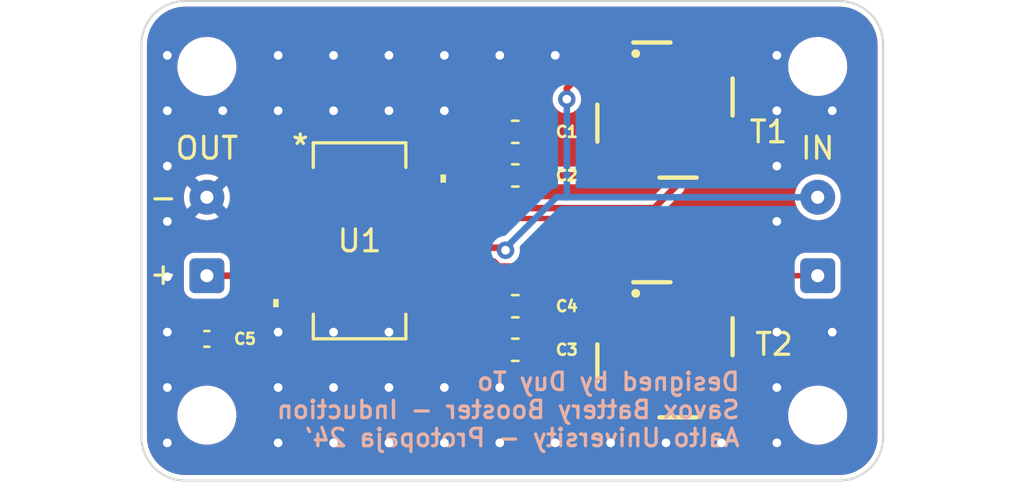
<source format=kicad_pcb>
(kicad_pcb (version 20211014) (generator pcbnew)
  (layers (0 "F.Cu" signal) (31 "B.Cu" power) (34 "B.Paste" user) (35 "F.Paste" user) (36 "B.SilkS" user "B.Silkscreen") (37 "F.SilkS" user "F.Silkscreen") (38 "B.Mask" user) (39 "F.Mask" user) (44 "Edge.Cuts" user))
  (net 0 "")
  (net 1 "Net-(C1-Pad1)")
  (net 2 "C1A")
  (net 3 "C2A")
  (net 4 "Net-(C3-Pad1)")
  (net 5 "C1B")
  (net 6 "C2B")
  (net 7 "GND")
  (net 8 "Net-(C5-Pad2)")
  (net 9 "VINA")
  (net 10 "VINB")
  (net 11 "VOUT")
  (net 12 "SWA")
  (net 13 "SWB")
  (footprint "Capacitor_SMD:C_0603_1608Metric_Pad1.08x0.95mm_HandSolder" (layer "F.Cu") (at 157.1375 66 180)
    (fp_text reference "C1" (at -2.3625 0) (layer "F.SilkS") (effects (font (size 0.5 0.5) (thickness 0.125))))
    (fp_text value "1n")
    (fp_line (start -0.146267 0.51) (end 0.146267 0.51) (layer "F.SilkS") (width 0.12))
    (fp_line (start -0.146267 -0.51) (end 0.146267 -0.51) (layer "F.SilkS") (width 0.12))
    (pad "1" smd roundrect (at -0.8625 0 180) (size 1.075 0.95) (layers "F.Cu" "F.Paste" "F.Mask") (net 1 "Net-(C1-Pad1)"))
    (pad "2" smd roundrect (at 0.8625 0 180) (size 1.075 0.95) (layers "F.Cu" "F.Paste" "F.Mask") (net 2 "C1A"))
  )
  (footprint "MountingHole:MountingHole_2.2mm_M2" (layer "F.Cu") (at 171 63)
    (fp_text reference "REF**" hide)
    (fp_text value "MountingHole_2.2mm_M2")
    (pad "" np_thru_hole circle (at 0 0) (size 2.2 2.2) (drill 2.2) (layers *.Cu *.Mask))
    (pad "" np_thru_hole circle (at 0 0) (size 2.2 2.2) (drill 2.2) (layers *.Cu *.Mask))
  )
  (footprint "Capacitor_SMD:C_0603_1608Metric_Pad1.08x0.95mm_HandSolder" (layer "F.Cu") (at 157.1375 68 180)
    (fp_text reference "C2" (at -2.3625 0) (layer "F.SilkS") (effects (font (size 0.5 0.5) (thickness 0.125))))
    (fp_text value "470p")
    (fp_line (start -0.146267 -0.51) (end 0.146267 -0.51) (layer "F.SilkS") (width 0.12))
    (fp_line (start -0.146267 0.51) (end 0.146267 0.51) (layer "F.SilkS") (width 0.12))
    (pad "1" smd roundrect (at -0.8625 0 180) (size 1.075 0.95) (layers "F.Cu" "F.Paste" "F.Mask") (net 1 "Net-(C1-Pad1)"))
    (pad "2" smd roundrect (at 0.8625 0 180) (size 1.075 0.95) (layers "F.Cu" "F.Paste" "F.Mask") (net 3 "C2A"))
  )
  (footprint "Capacitor_SMD:C_0603_1608Metric_Pad1.08x0.95mm_HandSolder" (layer "F.Cu") (at 157.1375 76 180)
    (fp_text reference "C3" (at -2.3625 0) (layer "F.SilkS") (effects (font (size 0.5 0.5) (thickness 0.125))))
    (fp_text value "1n")
    (fp_line (start -0.146267 -0.51) (end 0.146267 -0.51) (layer "F.SilkS") (width 0.12))
    (fp_line (start -0.146267 0.51) (end 0.146267 0.51) (layer "F.SilkS") (width 0.12))
    (pad "1" smd roundrect (at -0.8625 0 180) (size 1.075 0.95) (layers "F.Cu" "F.Paste" "F.Mask") (net 4 "Net-(C3-Pad1)"))
    (pad "2" smd roundrect (at 0.8625 0 180) (size 1.075 0.95) (layers "F.Cu" "F.Paste" "F.Mask") (net 5 "C1B"))
  )
  (footprint "LTC3109EGN_PBF:SSOP-20_GN_LIT" (layer "F.Cu") (at 150 71)
    (fp_text reference "U1" (at 0 0 unlocked) (layer "F.SilkS"))
    (fp_text value "LTC3109EGN-PBF")
    (fp_text user "*" (at -2.7178 -4.3561) (layer "F.SilkS"))
    (fp_line (start 2.1209 -3.36804) (end 2.1209 -4.4958) (layer "F.SilkS") (width 0.1524))
    (fp_line (start -2.1209 3.36804) (end -2.1209 4.4958) (layer "F.SilkS") (width 0.1524))
    (fp_line (start 2.1209 4.4958) (end 2.1209 3.36804) (layer "F.SilkS") (width 0.1524))
    (fp_line (start -2.1209 4.4958) (end 2.1209 4.4958) (layer "F.SilkS") (width 0.1524))
    (fp_line (start 2.1209 -4.4958) (end -2.1209 -4.4958) (layer "F.SilkS") (width 0.1524))
    (fp_line (start -2.1209 -4.4958) (end -2.1209 -3.36804) (layer "F.SilkS") (width 0.1524))
    (fp_poly (pts (xy -3.9624 2.667) (xy -3.9624 3.048) (xy -3.7084 3.048) (xy -3.7084 2.667)) (layer "F.SilkS") (width 0) (fill solid))
    (fp_poly (pts (xy 3.9624 -3.048) (xy 3.9624 -2.667) (xy 3.7084 -2.667) (xy 3.7084 -3.048)) (layer "F.SilkS") (width 0) (fill solid))
    (pad "1" smd rect (at -2.4638 -2.8575) (size 1.9812 0.3556) (layers "F.Cu" "F.Paste" "F.Mask") (net 7 "GND"))
    (pad "2" smd rect (at -2.4638 -2.2225) (size 1.9812 0.3556) (layers "F.Cu" "F.Paste" "F.Mask") (net 7 "GND"))
    (pad "3" smd rect (at -2.4638 -1.5875) (size 1.9812 0.3556) (layers "F.Cu" "F.Paste" "F.Mask"))
    (pad "4" smd rect (at -2.4638 -0.9525) (size 1.9812 0.3556) (layers "F.Cu" "F.Paste" "F.Mask") (net 8 "Net-(C5-Pad2)"))
    (pad "5" smd rect (at -2.4638 -0.3175) (size 1.9812 0.3556) (layers "F.Cu" "F.Paste" "F.Mask") (net 11 "VOUT"))
    (pad "6" smd rect (at -2.4638 0.3175) (size 1.9812 0.3556) (layers "F.Cu" "F.Paste" "F.Mask"))
    (pad "7" smd rect (at -2.4638 0.9525) (size 1.9812 0.3556) (layers "F.Cu" "F.Paste" "F.Mask"))
    (pad "8" smd rect (at -2.4638 1.5875) (size 1.9812 0.3556) (layers "F.Cu" "F.Paste" "F.Mask"))
    (pad "9" smd rect (at -2.4638 2.2225) (size 1.9812 0.3556) (layers "F.Cu" "F.Paste" "F.Mask") (net 8 "Net-(C5-Pad2)"))
    (pad "10" smd rect (at -2.4638 2.8575) (size 1.9812 0.3556) (layers "F.Cu" "F.Paste" "F.Mask") (net 7 "GND"))
    (pad "11" smd rect (at 2.4638 2.8575) (size 1.9812 0.3556) (layers "F.Cu" "F.Paste" "F.Mask") (net 5 "C1B"))
    (pad "12" smd rect (at 2.4638 2.2225) (size 1.9812 0.3556) (layers "F.Cu" "F.Paste" "F.Mask") (net 6 "C2B"))
    (pad "13" smd rect (at 2.4638 1.5875) (size 1.9812 0.3556) (layers "F.Cu" "F.Paste" "F.Mask") (net 7 "GND"))
    (pad "14" smd rect (at 2.4638 0.9525) (size 1.9812 0.3556) (layers "F.Cu" "F.Paste" "F.Mask") (net 13 "SWB"))
    (pad "15" smd rect (at 2.4638 0.3175) (size 1.9812 0.3556) (layers "F.Cu" "F.Paste" "F.Mask") (net 10 "VINB"))
    (pad "16" smd rect (at 2.4638 -0.3175) (size 1.9812 0.3556) (layers "F.Cu" "F.Paste" "F.Mask") (net 9 "VINA"))
    (pad "17" smd rect (at 2.4638 -0.9525) (size 1.9812 0.3556) (layers "F.Cu" "F.Paste" "F.Mask") (net 12 "SWA"))
    (pad "18" smd rect (at 2.4638 -1.5875) (size 1.9812 0.3556) (layers "F.Cu" "F.Paste" "F.Mask") (net 7 "GND"))
    (pad "19" smd rect (at 2.4638 -2.2225) (size 1.9812 0.3556) (layers "F.Cu" "F.Paste" "F.Mask") (net 3 "C2A"))
    (pad "20" smd rect (at 2.4638 -2.8575) (size 1.9812 0.3556) (layers "F.Cu" "F.Paste" "F.Mask") (net 2 "C1A"))
  )
  (footprint "MountingHole:MountingHole_2.2mm_M2" (layer "F.Cu") (at 143 63)
    (fp_text reference "REF**" hide)
    (fp_text value "MountingHole_2.2mm_M2")
    (pad "" np_thru_hole circle (at 0 0) (size 2.2 2.2) (drill 2.2) (layers *.Cu *.Mask))
    (pad "" np_thru_hole circle (at 0 0) (size 2.2 2.2) (drill 2.2) (layers *.Cu *.Mask))
  )
  (footprint "Capacitor_SMD:C_0402_1005Metric_Pad0.74x0.62mm_HandSolder" (layer "F.Cu") (at 143 75.5)
    (fp_text reference "C5" (at 1.75 0) (layer "F.SilkS") (effects (font (size 0.5 0.5) (thickness 0.125))))
    (fp_text value "1u")
    (fp_line (start -0.115835 0.36) (end 0.115835 0.36) (layer "F.SilkS") (width 0.12))
    (fp_line (start -0.115835 -0.36) (end 0.115835 -0.36) (layer "F.SilkS") (width 0.12))
    (pad "1" smd roundrect (at -0.5675 0) (size 0.735 0.62) (layers "F.Cu" "F.Paste" "F.Mask") (net 7 "GND"))
    (pad "2" smd roundrect (at 0.5675 0) (size 0.735 0.62) (layers "F.Cu" "F.Paste" "F.Mask") (net 8 "Net-(C5-Pad2)"))
  )
  (footprint "Connector_Wire:SolderWire-0.1sqmm_1x02_P3.6mm_D0.4mm_OD1mm" (layer "F.Cu") (at 171 72.6 90)
    (fp_text reference "IN" (at 5.85 0 180) (layer "F.SilkS"))
    (fp_text value "AC Input Connector")
    (pad "1" thru_hole roundrect (at 0 0 90) (size 1.6 1.6) (drill 0.6) (layers *.Cu *.Mask) (roundrect_rratio 0.15625) (net 9 "VINA"))
    (pad "2" thru_hole circle (at 3.6 0 90) (size 1.6 1.6) (drill 0.6) (layers *.Cu *.Mask) (net 10 "VINB"))
  )
  (footprint "Capacitor_SMD:C_0603_1608Metric_Pad1.08x0.95mm_HandSolder" (layer "F.Cu") (at 157.1375 74 180)
    (fp_text reference "C4" (at -2.3625 0) (layer "F.SilkS") (effects (font (size 0.5 0.5) (thickness 0.125))))
    (fp_text value "470p")
    (fp_line (start -0.146267 0.51) (end 0.146267 0.51) (layer "F.SilkS") (width 0.12))
    (fp_line (start -0.146267 -0.51) (end 0.146267 -0.51) (layer "F.SilkS") (width 0.12))
    (pad "1" smd roundrect (at -0.8625 0 180) (size 1.075 0.95) (layers "F.Cu" "F.Paste" "F.Mask") (net 4 "Net-(C3-Pad1)"))
    (pad "2" smd roundrect (at 0.8625 0 180) (size 1.075 0.95) (layers "F.Cu" "F.Paste" "F.Mask") (net 6 "C2B"))
  )
  (footprint "MountingHole:MountingHole_2.2mm_M2" (layer "F.Cu") (at 143 79)
    (fp_text reference "REF**" hide)
    (fp_text value "MountingHole_2.2mm_M2")
    (pad "" np_thru_hole circle (at 0 0) (size 2.2 2.2) (drill 2.2) (layers *.Cu *.Mask))
    (pad "" np_thru_hole circle (at 0 0) (size 2.2 2.2) (drill 2.2) (layers *.Cu *.Mask))
  )
  (footprint "MountingHole:MountingHole_2.2mm_M2" (layer "F.Cu") (at 171 79)
    (fp_text reference "REF**" hide)
    (fp_text value "MountingHole_2.2mm_M2")
    (pad "" np_thru_hole circle (at 0 0) (size 2.2 2.2) (drill 2.2) (layers *.Cu *.Mask))
    (pad "" np_thru_hole circle (at 0 0) (size 2.2 2.2) (drill 2.2) (layers *.Cu *.Mask))
  )
  (footprint "Transformer:WE-EHPI_5838" (layer "F.Cu") (at 164 76)
    (fp_text reference "T2" (at 5 -0.25) (layer "F.SilkS"))
    (fp_text value "1:100")
    (fp_line (start -3.1 -0.25) (end -3.1 1.45) (layer "F.SilkS") (width 0.2))
    (fp_line (start -0.25 3.1) (end 1.45 3.1) (layer "F.SilkS") (width 0.2))
    (fp_line (start -1.45 -3.1) (end 0.25 -3.1) (layer "F.SilkS") (width 0.2))
    (fp_line (start 3.1 -1.45) (end 3.1 0.25) (layer "F.SilkS") (width 0.2))
    (fp_circle (center -1.34 -2.59) (end -1.24 -2.59) (layer "F.SilkS") (width 0.2) (fill none))
    (pad "1" smd custom locked (at -2.5 -1.9) (size 1.3 0.6) (layers "F.Cu" "F.Mask") (net 9 "VINA") (options (clearance outline) (anchor rect)) (primitives (gr_poly (pts (xy -0.3 -1.3) (xy 0.7 -1.3) (xy 0.7 0.311) (xy 0.562 0.482) (xy 0.452 0.644) (xy 0.351 0.825) (xy 0.279 0.986) (xy 0.182 1.27) (xy 0.174 1.3) (xy -0.7 1.3) (xy -0.7 -0.9)) (width 0.001) (fill yes))))
    (pad "2" smd custom locked (at 2 -2.5) (size 1.3 0.6) (layers "F.Cu") (net 13 "SWB") (options (clearance outline) (anchor rect)) (primitives (gr_poly (pts (xy 1.2 0.7) (xy -0.412 0.7) (xy -0.581 0.563) (xy -0.684 0.49) (xy -0.848 0.391) (xy -1.106 0.268) (xy -1.343 0.188) (xy -1.4 0.176) (xy -1.4 -0.7) (xy 1.2 -0.7)) (width 0.001) (fill yes))))
    (pad "3" smd custom locked (at 2.5 2) (size 0.6 1.3) (layers "F.Cu") (net 7 "GND") (options (clearance outline) (anchor rect)) (primitives (gr_poly (pts (xy -0.7 1.2) (xy -0.7 -0.411) (xy -0.633 -0.489) (xy -0.554 -0.592) (xy -0.412 -0.81) (xy -0.281 -1.079) (xy -0.199 -1.311) (xy -0.174 -1.4) (xy 0.7 -1.4) (xy 0.7 1.2)) (width 0.001) (fill yes))))
    (pad "4" smd custom locked (at -2 2.5) (size 1.3 0.6) (layers "F.Cu") (net 4 "Net-(C3-Pad1)") (options (clearance outline) (anchor rect)) (primitives (gr_poly (pts (xy -1.2 -0.7) (xy 0.411 -0.7) (xy 0.582 -0.562) (xy 0.699 -0.481) (xy 0.877 -0.376) (xy 1.101 -0.272) (xy 1.287 -0.206) (xy 1.4 -0.175) (xy 1.4 0.7) (xy -1.2 0.7)) (width 0.001) (fill yes))))
  )
  (footprint "Connector_Wire:SolderWire-0.1sqmm_1x02_P3.6mm_D0.4mm_OD1mm" (layer "F.Cu") (at 143 72.6 90)
    (fp_text reference "OUT" (at 5.85 0 180) (layer "F.SilkS"))
    (fp_text value "DC Output Connector")
    (pad "1" thru_hole roundrect (at 0 0 90) (size 1.6 1.6) (drill 0.6) (layers *.Cu *.Mask) (roundrect_rratio 0.15625) (net 11 "VOUT"))
    (pad "2" thru_hole circle (at 3.6 0 90) (size 1.6 1.6) (drill 0.6) (layers *.Cu *.Mask) (net 7 "GND"))
  )
  (footprint "Transformer:WE-EHPI_5838" (layer "F.Cu") (at 164 65)
    (fp_text reference "T1" (at 4.75 1) (layer "F.SilkS"))
    (fp_text value "1:100")
    (fp_line (start -1.45 -3.1) (end 0.25 -3.1) (layer "F.SilkS") (width 0.2))
    (fp_line (start 3.1 -1.45) (end 3.1 0.25) (layer "F.SilkS") (width 0.2))
    (fp_line (start -0.25 3.1) (end 1.45 3.1) (layer "F.SilkS") (width 0.2))
    (fp_line (start -3.1 -0.25) (end -3.1 1.45) (layer "F.SilkS") (width 0.2))
    (fp_circle (center -1.34 -2.59) (end -1.24 -2.59) (layer "F.SilkS") (width 0.2) (fill none))
    (pad "1" smd custom locked (at -2.5 -1.9) (size 1.3 0.6) (layers "F.Cu" "F.Mask") (net 10 "VINB") (options (clearance outline) (anchor rect)) (primitives (gr_poly (pts (xy -0.3 -1.3) (xy 0.7 -1.3) (xy 0.7 0.311) (xy 0.562 0.482) (xy 0.452 0.644) (xy 0.351 0.825) (xy 0.279 0.986) (xy 0.182 1.27) (xy 0.174 1.3) (xy -0.7 1.3) (xy -0.7 -0.9)) (width 0.001) (fill yes))))
    (pad "2" smd custom locked (at 2 -2.5) (size 1.3 0.6) (layers "F.Cu") (net 12 "SWA") (options (clearance outline) (anchor rect)) (primitives (gr_poly (pts (xy 1.2 0.7) (xy -0.412 0.7) (xy -0.581 0.563) (xy -0.684 0.49) (xy -0.848 0.391) (xy -1.106 0.268) (xy -1.343 0.188) (xy -1.4 0.176) (xy -1.4 -0.7) (xy 1.2 -0.7)) (width 0.001) (fill yes))))
    (pad "3" smd custom locked (at 2.5 2) (size 0.6 1.3) (layers "F.Cu") (net 7 "GND") (options (clearance outline) (anchor rect)) (primitives (gr_poly (pts (xy -0.7 1.2) (xy -0.7 -0.411) (xy -0.633 -0.489) (xy -0.554 -0.592) (xy -0.412 -0.81) (xy -0.281 -1.079) (xy -0.199 -1.311) (xy -0.174 -1.4) (xy 0.7 -1.4) (xy 0.7 1.2)) (width 0.001) (fill yes))))
    (pad "4" smd custom locked (at -2 2.5) (size 1.3 0.6) (layers "F.Cu") (net 1 "Net-(C1-Pad1)") (options (clearance outline) (anchor rect)) (primitives (gr_poly (pts (xy -1.2 -0.7) (xy 0.411 -0.7) (xy 0.582 -0.562) (xy 0.699 -0.481) (xy 0.877 -0.376) (xy 1.101 -0.272) (xy 1.287 -0.206) (xy 1.4 -0.175) (xy 1.4 0.7) (xy -1.2 0.7)) (width 0.001) (fill yes))))
  )
  (gr_line (start 140 62) (end 140 80) (layer "Edge.Cuts") (width 0.1))
  (gr_arc (start 142 82) (mid 140.585786 81.414214) (end 140 80) (layer "Edge.Cuts") (width 0.1))
  (gr_line (start 142 60) (end 168 60) (layer "Edge.Cuts") (width 0.1))
  (gr_line (start 174 62) (end 174 80) (layer "Edge.Cuts") (width 0.1))
  (gr_line (start 168 60) (end 172 60) (layer "Edge.Cuts") (width 0.1))
  (gr_arc (start 172 60) (mid 173.414214 60.585786) (end 174 62) (layer "Edge.Cuts") (width 0.1))
  (gr_arc (start 174 80) (mid 173.414214 81.414214) (end 172 82) (layer "Edge.Cuts") (width 0.1))
  (gr_line (start 172 82) (end 142 82) (layer "Edge.Cuts") (width 0.1))
  (gr_arc (start 140 62) (mid 140.585786 60.585786) (end 142 60) (layer "Edge.Cuts") (width 0.1))
  (gr_text "Designed by Duy To\nSavox Battery Booster - Induction\nAalto University - Protopaja 24'" (at 167.5 78.75) (layer "B.SilkS") (effects (font (size 0.8 0.8)) (justify left mirror)))
  (gr_text "+" (at 141 72.5) (layer "F.SilkS") (effects (font (size 1 1))))
  (gr_text "-" (at 141 69) (layer "F.SilkS") (effects (font (size 1 1))))
  (segment (start 158 68) (end 161.5 68) (width 0.3) (layer "F.Cu") (net 1))
  (segment (start 158 66) (end 158 68) (width 0.3) (layer "F.Cu") (net 1))
  (segment (start 161.5 68) (end 162 67.5) (width 0.3) (layer "F.Cu") (net 1))
  (segment (start 156 66) (end 156.275 66) (width 0.3) (layer "F.Cu") (net 2))
  (segment (start 153.8575 68.1425) (end 156 66) (width 0.3) (layer "F.Cu") (net 2))
  (segment (start 152.4638 68.1425) (end 153.8575 68.1425) (width 0.3) (layer "F.Cu") (net 2))
  (segment (start 155 68) (end 156.275 68) (width 0.3) (layer "F.Cu") (net 3))
  (segment (start 154.2225 68.7775) (end 155 68) (width 0.3) (layer "F.Cu") (net 3))
  (segment (start 152.4638 68.7775) (end 154.2225 68.7775) (width 0.3) (layer "F.Cu") (net 3))
  (segment (start 159.5 78.5) (end 162 78.5) (width 0.3) (layer "F.Cu") (net 4))
  (segment (start 158 74) (end 158 76) (width 0.3) (layer "F.Cu") (net 4))
  (segment (start 158 77) (end 159.5 78.5) (width 0.3) (layer "F.Cu") (net 4))
  (segment (start 158 76) (end 158 77) (width 0.3) (layer "F.Cu") (net 4))
  (segment (start 156 76) (end 156.275 76) (width 0.3) (layer "F.Cu") (net 5))
  (segment (start 153.8575 73.8575) (end 156 76) (width 0.3) (layer "F.Cu") (net 5))
  (segment (start 152.4638 73.8575) (end 153.8575 73.8575) (width 0.3) (layer "F.Cu") (net 5))
  (segment (start 155 74) (end 156.275 74) (width 0.3) (layer "F.Cu") (net 6))
  (segment (start 152.4638 73.2225) (end 154.2225 73.2225) (width 0.3) (layer "F.Cu") (net 6))
  (segment (start 154.2225 73.2225) (end 155 74) (width 0.3) (layer "F.Cu") (net 6))
  (via (at 169.127857 65.03) (size 0.8) (drill 0.4) (layers "F.Cu" "B.Cu") (net 7))
  (via (at 169.127857 77.73) (size 0.8) (drill 0.4) (layers "F.Cu" "B.Cu") (net 7))
  (via (at 171.667857 75.19) (size 0.8) (drill 0.4) (layers "F.Cu" "B.Cu") (net 7))
  (via (at 169.127857 62.49) (size 0.8) (drill 0.4) (layers "F.Cu" "B.Cu") (net 7))
  (via (at 148.807857 80.27) (size 0.8) (drill 0.4) (layers "F.Cu" "B.Cu") (net 7))
  (via (at 151.347857 62.49) (size 0.8) (drill 0.4) (layers "F.Cu" "B.Cu") (net 7))
  (via (at 153.887857 62.49) (size 0.8) (drill 0.4) (layers "F.Cu" "B.Cu") (net 7))
  (via (at 151.347857 65.03) (size 0.8) (drill 0.4) (layers "F.Cu" "B.Cu") (net 7))
  (via (at 146.267857 77.73) (size 0.8) (drill 0.4) (layers "F.Cu" "B.Cu") (net 7))
  (via (at 161.507857 80.27) (size 0.8) (drill 0.4) (layers "F.Cu" "B.Cu") (net 7))
  (via (at 166.587857 80.27) (size 0.8) (drill 0.4) (layers "F.Cu" "B.Cu") (net 7))
  (via (at 156.427857 80.27) (size 0.8) (drill 0.4) (layers "F.Cu" "B.Cu") (net 7))
  (via (at 156.427857 77.73) (size 0.8) (drill 0.4) (layers "F.Cu" "B.Cu") (net 7))
  (via (at 146.267857 65.03) (size 0.8) (drill 0.4) (layers "F.Cu" "B.Cu") (net 7))
  (via (at 141.187857 67.57) (size 0.8) (drill 0.4) (layers "F.Cu" "B.Cu") (net 7))
  (via (at 143.727857 65.03) (size 0.8) (drill 0.4) (layers "F.Cu" "B.Cu") (net 7))
  (via (at 151.347857 77.73) (size 0.8) (drill 0.4) (layers "F.Cu" "B.Cu") (net 7))
  (via (at 169.127857 70.11) (size 0.8) (drill 0.4) (layers "F.Cu" "B.Cu") (net 7))
  (via (at 171.667857 65.03) (size 0.8) (drill 0.4) (layers "F.Cu" "B.Cu") (net 7))
  (via (at 148.807857 65.03) (size 0.8) (drill 0.4) (layers "F.Cu" "B.Cu") (net 7))
  (via (at 141.187857 77.73) (size 0.8) (drill 0.4) (layers "F.Cu" "B.Cu") (net 7))
  (via (at 148.807857 75.19) (size 0.8) (drill 0.4) (layers "F.Cu" "B.Cu") (net 7))
  (via (at 169.127857 80.27) (size 0.8) (drill 0.4) (layers "F.Cu" "B.Cu") (net 7))
  (via (at 141.187857 80.27) (size 0.8) (drill 0.4) (layers "F.Cu" "B.Cu") (net 7))
  (via (at 158.967857 62.49) (size 0.8) (drill 0.4) (layers "F.Cu" "B.Cu") (net 7))
  (via (at 153.887857 77.73) (size 0.8) (drill 0.4) (layers "F.Cu" "B.Cu") (net 7))
  (via (at 164.047857 80.27) (size 0.8) (drill 0.4) (layers "F.Cu" "B.Cu") (net 7))
  (via (at 141.187857 72.65) (size 0.8) (drill 0.4) (layers "F.Cu" "B.Cu") (net 7))
  (via (at 141.187857 75.19) (size 0.8) (drill 0.4) (layers "F.Cu" "B.Cu") (net 7))
  (via (at 146.267857 80.27) (size 0.8) (drill 0.4) (layers "F.Cu" "B.Cu") (net 7))
  (via (at 141.187857 62.49) (size 0.8) (drill 0.4) (layers "F.Cu" "B.Cu") (net 7))
  (via (at 146.267857 62.49) (size 0.8) (drill 0.4) (layers "F.Cu" "B.Cu") (net 7))
  (via (at 148.807857 77.73) (size 0.8) (drill 0.4) (layers "F.Cu" "B.Cu") (net 7))
  (via (at 146.267857 75.19) (size 0.8) (drill 0.4) (layers "F.Cu" "B.Cu") (net 7))
  (via (at 153.887857 80.27) (size 0.8) (drill 0.4) (layers "F.Cu" "B.Cu") (net 7))
  (via (at 153.887857 65.03) (size 0.8) (drill 0.4) (layers "F.Cu" "B.Cu") (net 7))
  (via (at 151.347857 75.19) (size 0.8) (drill 0.4) (layers "F.Cu" "B.Cu") (net 7))
  (via (at 169.127857 67.57) (size 0.8) (drill 0.4) (layers "F.Cu" "B.Cu") (net 7))
  (via (at 169.127857 75.19) (size 0.8) (drill 0.4) (layers "F.Cu" "B.Cu") (net 7))
  (via (at 156.427857 62.49) (size 0.8) (drill 0.4) (layers "F.Cu" "B.Cu") (net 7))
  (via (at 141.187857 70.11) (size 0.8) (drill 0.4) (layers "F.Cu" "B.Cu") (net 7))
  (via (at 148.807857 62.49) (size 0.8) (drill 0.4) (layers "F.Cu" "B.Cu") (net 7))
  (via (at 158.967857 80.27) (size 0.8) (drill 0.4) (layers "F.Cu" "B.Cu") (net 7))
  (via (at 141.187857 65.03) (size 0.8) (drill 0.4) (layers "F.Cu" "B.Cu") (net 7))
  (via (at 151.347857 80.27) (size 0.8) (drill 0.4) (layers "F.Cu" "B.Cu") (net 7))
  (segment (start 148.8268 70.0475) (end 149.25 70.4707) (width 0.3) (layer "F.Cu") (net 8))
  (segment (start 143.5675 75.5) (end 144.5 75.5) (width 0.3) (layer "F.Cu") (net 8))
  (segment (start 145 75) (end 145 74) (width 0.3) (layer "F.Cu") (net 8))
  (segment (start 149.25 72.7421) (end 148.7696 73.2225) (width 0.3) (layer "F.Cu") (net 8))
  (segment (start 149.25 70.4707) (end 149.25 72.7421) (width 0.3) (layer "F.Cu") (net 8))
  (segment (start 147.5362 70.0475) (end 148.8268 70.0475) (width 0.3) (layer "F.Cu") (net 8))
  (segment (start 148.7696 73.2225) (end 147.5362 73.2225) (width 0.3) (layer "F.Cu") (net 8))
  (segment (start 144.5 75.5) (end 145 75) (width 0.3) (layer "F.Cu") (net 8))
  (segment (start 145.7775 73.2225) (end 147.5362 73.2225) (width 0.3) (layer "F.Cu") (net 8))
  (segment (start 145 74) (end 145.7775 73.2225) (width 0.3) (layer "F.Cu") (net 8))
  (segment (start 152.4638 70.6825) (end 155.28285 70.6825) (width 0.25) (layer "F.Cu") (net 9))
  (segment (start 161.6 74.1) (end 163 75.5) (width 0.3) (layer "F.Cu") (net 9))
  (segment (start 155.28285 70.6825) (end 155.989851 69.975499) (width 0.25) (layer "F.Cu") (net 9))
  (segment (start 169.6 72.6) (end 171 72.6) (width 0.25) (layer "F.Cu") (net 9))
  (segment (start 166.7 75.5) (end 163 75.5) (width 0.25) (layer "F.Cu") (net 9))
  (segment (start 169.6 72.6) (end 166.7 75.5) (width 0.25) (layer "F.Cu") (net 9))
  (segment (start 166.975499 69.975499) (end 169.6 72.6) (width 0.25) (layer "F.Cu") (net 9))
  (segment (start 155.989851 69.975499) (end 166.975499 69.975499) (width 0.25) (layer "F.Cu") (net 9))
  (segment (start 161.5 74.1) (end 161.6 74.1) (width 0.3) (layer "F.Cu") (net 9))
  (segment (start 156.576508 71.3175) (end 156.691008 71.432) (width 0.3) (layer "F.Cu") (net 10))
  (segment (start 159.5 64.5) (end 159.5 64) (width 0.3) (layer "F.Cu") (net 10))
  (segment (start 159.5 64) (end 160.4 63.1) (width 0.3) (layer "F.Cu") (net 10))
  (segment (start 152.4638 71.3175) (end 156.576508 71.3175) (width 0.3) (layer "F.Cu") (net 10))
  (segment (start 160.4 63.1) (end 161.5 63.1) (width 0.3) (layer "F.Cu") (net 10))
  (via (at 159.5 64.5) (size 0.8) (drill 0.4) (layers "F.Cu" "B.Cu") (net 10))
  (via (at 156.691008 71.432) (size 0.8) (drill 0.4) (layers "F.Cu" "B.Cu") (net 10))
  (segment (start 159.5 69) (end 159.5 64.5) (width 0.3) (layer "B.Cu") (net 10))
  (segment (start 159.5 69) (end 171 69) (width 0.3) (layer "B.Cu") (net 10))
  (segment (start 159.02331 69) (end 156.691008 71.332302) (width 0.3) (layer "B.Cu") (net 10))
  (segment (start 159.5 69) (end 159.02331 69) (width 0.3) (layer "B.Cu") (net 10))
  (segment (start 156.691008 71.332302) (end 156.691008 71.432) (width 0.3) (layer "B.Cu") (net 10))
  (segment (start 143 72.6) (end 144.4 72.6) (width 0.3) (layer "F.Cu") (net 11))
  (segment (start 144.4 72.6) (end 146.3175 70.6825) (width 0.3) (layer "F.Cu") (net 11))
  (segment (start 146.3175 70.6825) (end 147.5362 70.6825) (width 0.3) (layer "F.Cu") (net 11))
  (segment (start 155.793099 69.500499) (end 162.595183 69.500499) (width 0.3) (layer "F.Cu") (net 12))
  (segment (start 152.4638 70.0475) (end 155.246098 70.0475) (width 0.3) (layer "F.Cu") (net 12))
  (segment (start 162.595183 69.500499) (end 162.595682 69.5) (width 0.3) (layer "F.Cu") (net 12))
  (segment (start 164.5 68.5) (end 164.5 64) (width 0.3) (layer "F.Cu") (net 12))
  (segment (start 162.595682 69.5) (end 163.5 69.5) (width 0.3) (layer "F.Cu") (net 12))
  (segment (start 164.5 64) (end 166 62.5) (width 0.3) (layer "F.Cu") (net 12))
  (segment (start 155.246098 70.0475) (end 155.793099 69.500499) (width 0.3) (layer "F.Cu") (net 12))
  (segment (start 163.5 69.5) (end 164.5 68.5) (width 0.3) (layer "F.Cu") (net 12))
  (segment (start 156.151554 71.9525) (end 156.380554 72.1815) (width 0.3) (layer "F.Cu") (net 13))
  (segment (start 152.4638 71.9525) (end 156.151554 71.9525) (width 0.3) (layer "F.Cu") (net 13))
  (segment (start 164.6815 72.1815) (end 166 73.5) (width 0.3) (layer "F.Cu") (net 13))
  (segment (start 156.380554 72.1815) (end 164.6815 72.1815) (width 0.3) (layer "F.Cu") (net 13))
  (zone (net 7) (net_name "GND") (layers F&B.Cu) (connect_pads (clearance 0.254)) (min_thickness 0.254) (fill yes (thermal_gap 0.254) (thermal_bridge_width 0.508))
    (polygon (pts (xy 174 82) (xy 140 82) (xy 140 60) (xy 174 60)))
  )
)
</source>
